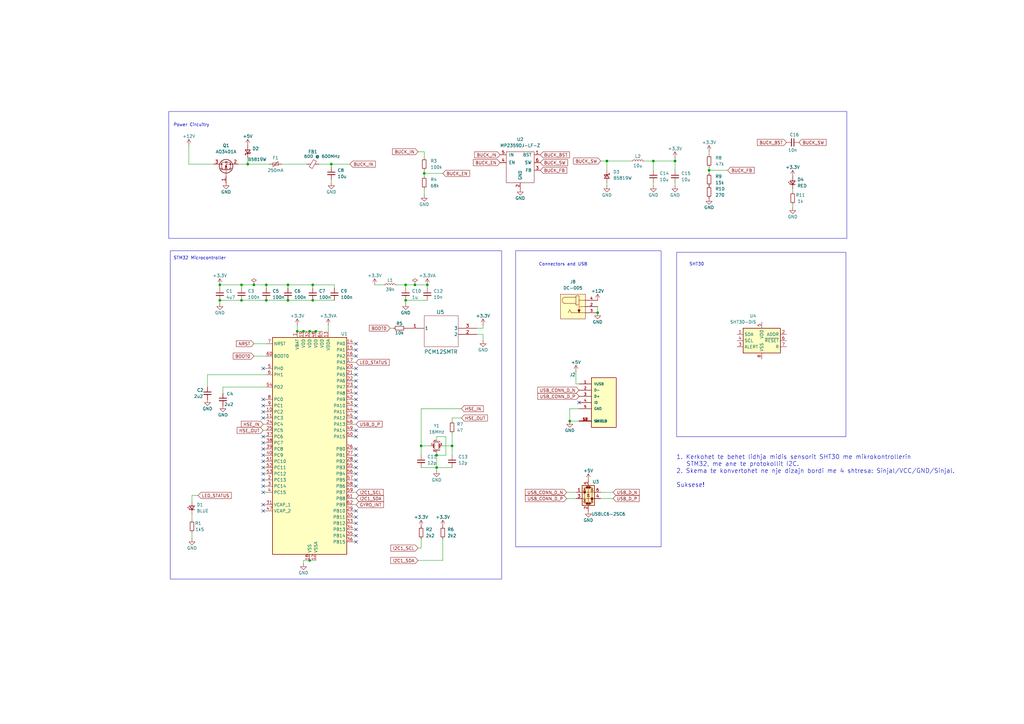
<source format=kicad_sch>
(kicad_sch (version 20231120) (generator "eeschema") (generator_version "8.0")
  (paper "A3")
  (lib_symbols
    (symbol "10118193-0001LF:10118193-0001LF" (pin_names (offset 1.016))
      (property "Reference" "J" (at -5.0817 10.9286 0))
      (property "Value" "10118193-0001LF" (at -5.0819 -12.7097 0))
      (symbol "10118193-0001LF_0_0"
        (pin passive line (at -10.16 7.62 0) (length 5.08) (name "VUSB") (number "1"))
        (pin passive line (at -10.16 5.08 0) (length 5.08) (name "D-") (number "2"))
        (pin passive line (at -10.16 2.54 0) (length 5.08) (name "D+") (number "3"))
        (pin passive line (at -10.16 0 0) (length 5.08) (name "ID") (number "4"))
        (pin passive line (at -10.16 -2.54 0) (length 5.08) (name "GND") (number "5"))
        (pin passive line (at -10.16 -7.62 0) (length 5.08) (name "SHIELD") (number "S1"))
        (pin passive line (at -10.16 -7.62 0) (length 5.08) (name "SHIELD") (number "S2"))
        (pin passive line (at -10.16 -7.62 0) (length 5.08) (name "SHIELD") (number "S3"))
        (pin passive line (at -10.16 -7.62 0) (length 5.08) (name "SHIELD") (number "S4"))
        (pin passive line (at -10.16 -7.62 0) (length 5.08) (name "SHIELD") (number "S5"))
        (pin passive line (at -10.16 -7.62 0) (length 5.08) (name "SHIELD") (number "S6"))
      )
    )
    (symbol "2024-11-09_23-25-21:PCM12SMTR" (pin_names (offset 0.254))
      (property "Reference" "U5" (at 20.32 10.16 0))
      (property "Value" "PCM12SMTR" (at 20.32 7.62 0))
      (symbol "PCM12SMTR_1_1"
        (pin unspecified line (at 0 0 0) (length 7.62) (name "1") (number "1"))
        (pin unspecified line (at 29.21 -2.54 180) (length 7.62) (name "2") (number "2"))
        (pin unspecified line (at 29.21 0 180) (length 7.62) (name "3") (number "3"))
      )
    )
    (symbol "DC-005:DC-005" (pin_names (offset 1.016))
      (property "Reference" "J" (at -5.0943 5.5976 0))
      (property "Value" "DC-005" (at -5.0995 -7.6398 0))
      (symbol "DC-005_0_0"
        (pin passive line (at 10.16 0 180) (length 5.08) (name "~") (number "2"))
        (pin passive line (at 10.16 -2.54 180) (length 5.08) (name "~") (number "3"))
        (pin passive line (at 10.16 2.54 180) (length 5.08) (name "~") (number "4"))
      )
    )
    (symbol "Device:C_Small" (pin_numbers hide) (pin_names (offset 0.254) hide)
      (property "Reference" "C" (at 0.254 1.778 0))
      (property "Value" "C_Small" (at 0.254 -2.032 0))
      (symbol "C_Small_1_1"
        (pin passive line (at 0 2.54 270) (length 2.032) (name "~") (number "1"))
        (pin passive line (at 0 -2.54 90) (length 2.032) (name "~") (number "2"))
      )
    )
    (symbol "Device:Crystal_GND24_Small" (pin_names (offset 1.016) hide)
      (property "Reference" "Y" (at 1.27 4.445 0))
      (property "Value" "Crystal_GND24_Small" (at 1.27 2.54 0))
      (symbol "Crystal_GND24_Small_1_1"
        (pin passive line (at -2.54 0 0) (length 1.27) (name "1") (number "1"))
        (pin passive line (at 0 -2.54 90) (length 0.635) (name "2") (number "2"))
        (pin passive line (at 2.54 0 180) (length 1.27) (name "3") (number "3"))
        (pin passive line (at 0 2.54 270) (length 0.635) (name "4") (number "4"))
      )
    )
    (symbol "Device:D_Schottky_Small" (pin_numbers hide) (pin_names (offset 0.254) hide)
      (property "Reference" "D" (at -1.27 2.032 0))
      (property "Value" "D_Schottky_Small" (at -7.112 -2.032 0))
      (symbol "D_Schottky_Small_1_1"
        (pin passive line (at -2.54 0 0) (length 1.778) (name "K") (number "1"))
        (pin passive line (at 2.54 0 180) (length 1.778) (name "A") (number "2"))
      )
    )
    (symbol "Device:Ferrite_Bead_Small" (pin_numbers hide) (pin_names (offset 0))
      (property "Reference" "FB" (at 1.905 1.27 0))
      (property "Value" "Device_Ferrite_Bead_Small" (at 1.905 -1.27 0))
      (symbol "Ferrite_Bead_Small_1_1"
        (pin passive line (at 0 2.54 270) (length 1.27) (name "~") (number "1"))
        (pin passive line (at 0 -2.54 90) (length 1.27) (name "~") (number "2"))
      )
    )
    (symbol "Device:LED_Small" (pin_numbers hide) (pin_names (offset 0.254) hide)
      (property "Reference" "D" (at -1.27 3.175 0))
      (property "Value" "LED_Small" (at -4.445 -2.54 0))
      (symbol "LED_Small_1_1"
        (pin passive line (at -2.54 0 0) (length 1.778) (name "K") (number "1"))
        (pin passive line (at 2.54 0 180) (length 1.778) (name "A") (number "2"))
      )
    )
    (symbol "Device:L_Small" (pin_numbers hide) (pin_names (offset 0.254) hide)
      (property "Reference" "L" (at 0.762 1.016 0))
      (property "Value" "L_Small" (at 0.762 -1.016 0))
      (symbol "L_Small_1_1"
        (pin passive line (at 0 2.54 270) (length 0.508) (name "~") (number "1"))
        (pin passive line (at 0 -2.54 90) (length 0.508) (name "~") (number "2"))
      )
    )
    (symbol "Device:Polyfuse_Small" (pin_numbers hide) (pin_names (offset 0))
      (property "Reference" "F" (at -1.905 0 90))
      (property "Value" "Polyfuse_Small" (at 1.905 0 90))
      (symbol "Polyfuse_Small_1_1"
        (pin passive line (at 0 2.54 270) (length 0.635) (name "~") (number "1"))
        (pin passive line (at 0 -2.54 90) (length 0.635) (name "~") (number "2"))
      )
    )
    (symbol "Device:R_Small" (pin_numbers hide) (pin_names (offset 0.254) hide)
      (property "Reference" "R" (at 0.762 0.508 0))
      (property "Value" "R_Small" (at 0.762 -1.016 0))
      (symbol "R_Small_1_1"
        (pin passive line (at 0 2.54 270) (length 0.762) (name "~") (number "1"))
        (pin passive line (at 0 -2.54 90) (length 0.762) (name "~") (number "2"))
      )
    )
    (symbol "MCU_ST_STM32F4:STM32F405RGTx"
      (property "Reference" "U1" (at 14.224 47.244 0))
      (property "Value" "STM32F405RGT6" (at 12.7 -44.45 0))
      (symbol "STM32F405RGTx_1_1"
        (pin power_in line (at -5.08 48.26 270) (length 2.54) (name "VBAT") (number "1"))
        (pin bidirectional line (at -17.78 15.24 0) (length 2.54) (name "PC2") (number "10"))
        (pin bidirectional line (at -17.78 12.7 0) (length 2.54) (name "PC3") (number "11"))
        (pin power_in line (at 2.54 -45.72 90) (length 2.54) (name "VSSA") (number "12"))
        (pin power_in line (at 7.62 48.26 270) (length 2.54) (name "VDDA") (number "13"))
        (pin bidirectional line (at 17.78 43.18 180) (length 2.54) (name "PA0") (number "14"))
        (pin bidirectional line (at 17.78 40.64 180) (length 2.54) (name "PA1") (number "15"))
        (pin bidirectional line (at 17.78 38.1 180) (length 2.54) (name "PA2") (number "16"))
        (pin bidirectional line (at 17.78 35.56 180) (length 2.54) (name "PA3") (number "17"))
        (pin power_in line (at 0 -45.72 90) (length 2.54) (name "VSS") (number "18"))
        (pin power_in line (at -2.54 48.26 270) (length 2.54) (name "VDD") (number "19"))
        (pin bidirectional line (at -17.78 -12.7 0) (length 2.54) (name "PC13") (number "2"))
        (pin bidirectional line (at 17.78 33.02 180) (length 2.54) (name "PA4") (number "20"))
        (pin bidirectional line (at 17.78 30.48 180) (length 2.54) (name "PA5") (number "21"))
        (pin bidirectional line (at 17.78 27.94 180) (length 2.54) (name "PA6") (number "22"))
        (pin bidirectional line (at 17.78 25.4 180) (length 2.54) (name "PA7") (number "23"))
        (pin bidirectional line (at -17.78 10.16 0) (length 2.54) (name "PC4") (number "24"))
        (pin bidirectional line (at -17.78 7.62 0) (length 2.54) (name "PC5") (number "25"))
        (pin bidirectional line (at 17.78 0 180) (length 2.54) (name "PB0") (number "26"))
        (pin bidirectional line (at 17.78 -2.54 180) (length 2.54) (name "PB1") (number "27"))
        (pin bidirectional line (at 17.78 -5.08 180) (length 2.54) (name "PB2") (number "28"))
        (pin bidirectional line (at 17.78 -25.4 180) (length 2.54) (name "PB10") (number "29"))
        (pin bidirectional line (at -17.78 -15.24 0) (length 2.54) (name "PC14") (number "3"))
        (pin bidirectional line (at 17.78 -27.94 180) (length 2.54) (name "PB11") (number "30"))
        (pin power_out line (at -17.78 -22.86 0) (length 2.54) (name "VCAP_1") (number "31"))
        (pin power_in line (at 0 48.26 270) (length 2.54) (name "VDD") (number "32"))
        (pin bidirectional line (at 17.78 -30.48 180) (length 2.54) (name "PB12") (number "33"))
        (pin bidirectional line (at 17.78 -33.02 180) (length 2.54) (name "PB13") (number "34"))
        (pin bidirectional line (at 17.78 -35.56 180) (length 2.54) (name "PB14") (number "35"))
        (pin bidirectional line (at 17.78 -38.1 180) (length 2.54) (name "PB15") (number "36"))
        (pin bidirectional line (at -17.78 5.08 0) (length 2.54) (name "PC6") (number "37"))
        (pin bidirectional line (at -17.78 2.54 0) (length 2.54) (name "PC7") (number "38"))
        (pin bidirectional line (at -17.78 0 0) (length 2.54) (name "PC8") (number "39"))
        (pin bidirectional line (at -17.78 -17.78 0) (length 2.54) (name "PC15") (number "4"))
        (pin bidirectional line (at -17.78 -2.54 0) (length 2.54) (name "PC9") (number "40"))
        (pin bidirectional line (at 17.78 22.86 180) (length 2.54) (name "PA8") (number "41"))
        (pin bidirectional line (at 17.78 20.32 180) (length 2.54) (name "PA9") (number "42"))
        (pin bidirectional line (at 17.78 17.78 180) (length 2.54) (name "PA10") (number "43"))
        (pin bidirectional line (at 17.78 15.24 180) (length 2.54) (name "PA11") (number "44"))
        (pin bidirectional line (at 17.78 12.7 180) (length 2.54) (name "PA12") (number "45"))
        (pin bidirectional line (at 17.78 10.16 180) (length 2.54) (name "PA13") (number "46"))
        (pin power_out line (at -17.78 -25.4 0) (length 2.54) (name "VCAP_2") (number "47"))
        (pin power_in line (at 2.54 48.26 270) (length 2.54) (name "VDD") (number "48"))
        (pin bidirectional line (at 17.78 7.62 180) (length 2.54) (name "PA14") (number "49"))
        (pin bidirectional line (at -17.78 33.02 0) (length 2.54) (name "PH0") (number "5"))
        (pin bidirectional line (at 17.78 5.08 180) (length 2.54) (name "PA15") (number "50"))
        (pin bidirectional line (at -17.78 -5.08 0) (length 2.54) (name "PC10") (number "51"))
        (pin bidirectional line (at -17.78 -7.62 0) (length 2.54) (name "PC11") (number "52"))
        (pin bidirectional line (at -17.78 -10.16 0) (length 2.54) (name "PC12") (number "53"))
        (pin bidirectional line (at -17.78 25.4 0) (length 2.54) (name "PD2") (number "54"))
        (pin bidirectional line (at 17.78 -7.62 180) (length 2.54) (name "PB3") (number "55"))
        (pin bidirectional line (at 17.78 -10.16 180) (length 2.54) (name "PB4") (number "56"))
        (pin bidirectional line (at 17.78 -12.7 180) (length 2.54) (name "PB5") (number "57"))
        (pin bidirectional line (at 17.78 -15.24 180) (length 2.54) (name "PB6") (number "58"))
        (pin bidirectional line (at 17.78 -17.78 180) (length 2.54) (name "PB7") (number "59"))
        (pin bidirectional line (at -17.78 30.48 0) (length 2.54) (name "PH1") (number "6"))
        (pin input line (at -17.78 38.1 0) (length 2.54) (name "BOOT0") (number "60"))
        (pin bidirectional line (at 17.78 -20.32 180) (length 2.54) (name "PB8") (number "61"))
        (pin bidirectional line (at 17.78 -22.86 180) (length 2.54) (name "PB9") (number "62"))
        (pin passive line (at 0 -45.72 90) (length 2.54) hide (name "VSS") (number "63"))
        (pin power_in line (at 5.08 48.26 270) (length 2.54) (name "VDD") (number "64"))
        (pin input line (at -17.78 43.18 0) (length 2.54) (name "NRST") (number "7"))
        (pin bidirectional line (at -17.78 20.32 0) (length 2.54) (name "PC0") (number "8"))
        (pin bidirectional line (at -17.78 17.78 0) (length 2.54) (name "PC1") (number "9"))
      )
    )
    (symbol "Power_Protection:USBLC6-2SC6" (pin_names hide)
      (property "Reference" "U" (at 0.635 5.715 0))
      (property "Value" "USBLC6-2SC6" (at 0.635 3.81 0))
      (symbol "USBLC6-2SC6_1_1"
        (pin passive line (at -5.08 0 0) (length 2.54) (name "I/O1") (number "1"))
        (pin passive line (at 0 -7.62 90) (length 2.54) (name "GND") (number "2"))
        (pin passive line (at -5.08 -2.54 0) (length 2.54) (name "I/O2") (number "3"))
        (pin passive line (at 5.08 -2.54 180) (length 2.54) (name "I/O2") (number "4"))
        (pin passive line (at 0 5.08 270) (length 2.54) (name "VBUS") (number "5"))
        (pin passive line (at 5.08 0 180) (length 2.54) (name "I/O1") (number "6"))
      )
    )
    (symbol "SchmillipKiCADLibrary:MP2359DJ-LF-Z" (pin_names (offset 1.016))
      (property "Reference" "U" (at 0 9.525 0))
      (property "Value" "SchmillipKiCADLibrary_MP2359DJ-LF-Z" (at 10.16 -6.35 0))
      (symbol "MP2359DJ-LF-Z_1_1"
        (pin input line (at 8.255 6.35 180) (length 2.54) (name "BST") (number "1"))
        (pin power_in line (at 0 -7.62 90) (length 2.54) (name "GND") (number "2"))
        (pin input line (at 8.255 0 180) (length 2.54) (name "FB") (number "3"))
        (pin input line (at -8.255 3.175 0) (length 2.54) (name "EN") (number "4"))
        (pin power_in line (at -8.255 6.35 0) (length 2.54) (name "IN") (number "5"))
        (pin power_out line (at 8.255 3.175 180) (length 2.54) (name "SW") (number "6"))
      )
    )
    (symbol "Sensor_Humidity:SHT30-DIS"
      (property "Reference" "U" (at -6.35 6.35 0))
      (property "Value" "SHT30-DIS" (at 6.35 6.35 0))
      (symbol "SHT30-DIS_1_1"
        (pin bidirectional line (at 10.16 2.54 180) (length 2.54) (name "SDA") (number "1"))
        (pin input line (at -10.16 2.54 0) (length 2.54) (name "ADDR") (number "2"))
        (pin output line (at 10.16 -2.54 180) (length 2.54) (name "ALERT") (number "3"))
        (pin input line (at 10.16 0 180) (length 2.54) (name "SCL") (number "4"))
        (pin power_in line (at 0 7.62 270) (length 2.54) (name "VDD") (number "5"))
        (pin input line (at -10.16 0 0) (length 2.54) (name "~{RESET}") (number "6"))
        (pin passive line (at -10.16 -2.54 0) (length 2.54) (name "R") (number "7"))
        (pin power_in line (at 0 -7.62 90) (length 2.54) (name "VSS") (number "8"))
        (pin passive line (at 0 -7.62 90) (length 2.54) hide (name "VSS") (number "9"))
      )
    )
    (symbol "Transistor_FET:AO3401A" (pin_names hide)
      (property "Reference" "Q" (at 5.08 1.905 0))
      (property "Value" "AO3401A" (at 5.08 0 0))
      (symbol "AO3401A_1_1"
        (pin input line (at -5.08 0 0) (length 2.54) (name "G") (number "1"))
        (pin passive line (at 2.54 -5.08 90) (length 2.54) (name "S") (number "2"))
        (pin passive line (at 2.54 5.08 270) (length 2.54) (name "D") (number "3"))
      )
    )
    (symbol "power:+12V" (power) (pin_numbers hide) (pin_names (offset 0) hide)
      (property "Value" "+12V" (at 0 3.556 0))
      (symbol "+12V_1_1"
        (pin power_in line (at 0 0 90) (length 0) (name "~") (number "1"))
      )
    )
    (symbol "power:+3.3V" (power) (pin_numbers hide) (pin_names (offset 0) hide)
      (property "Value" "+3.3V" (at 0 3.556 0))
      (symbol "+3.3V_1_1"
        (pin power_in line (at 0 0 90) (length 0) (name "~") (number "1"))
      )
    )
    (symbol "power:+3.3VA" (power) (pin_numbers hide) (pin_names (offset 0) hide)
      (property "Value" "+3.3VA" (at 0 3.556 0))
      (symbol "+3.3VA_1_1"
        (pin power_in line (at 0 0 90) (length 0) (name "~") (number "1"))
      )
    )
    (symbol "power:+5V" (power) (pin_numbers hide) (pin_names (offset 0) hide)
      (property "Value" "+5V" (at 0 3.556 0))
      (symbol "+5V_1_1"
        (pin power_in line (at 0 0 90) (length 0) (name "~") (number "1"))
      )
    )
    (symbol "power:GND" (power) (pin_numbers hide) (pin_names (offset 0) hide)
      (property "Value" "GND" (at 0 -3.81 0))
      (symbol "GND_1_1"
        (pin power_in line (at 0 0 270) (length 0) (name "~") (number "1"))
      )
    )
    (symbol "power:PWR_FLAG" (power) (pin_numbers hide) (pin_names (offset 0) hide)
      (property "Value" "PWR_FLAG" (at 0 3.81 0))
      (symbol "PWR_FLAG_0_0"
        (pin power_out line (at 0 0 90) (length 0) (name "~") (number "1"))
      )
    )
  )
  (junction (at 129.54 135.89))
  (junction (at 99.06 123.19))
  (junction (at 172.72 182.88))
  (junction (at 90.17 123.19))
  (junction (at 179.07 191.77))
  (junction (at 127 229.87))
  (junction (at 173.99 71.12))
  (junction (at 175.26 116.84))
  (junction (at 267.97 66.04))
  (junction (at 166.37 123.19))
  (junction (at 248.92 66.04))
  (junction (at 170.18 116.84))
  (junction (at 233.68 172.72))
  (junction (at 109.22 116.84))
  (junction (at 101.6 67.31))
  (junction (at 118.11 116.84))
  (junction (at 104.14 116.84))
  (junction (at 99.06 116.84))
  (junction (at 290.83 69.85))
  (junction (at 276.86 66.04))
  (junction (at 109.22 123.19))
  (junction (at 135.89 67.31))
  (junction (at 90.17 116.84))
  (junction (at 166.37 116.84))
  (junction (at 124.46 135.89))
  (junction (at 245.11 128.27))
  (junction (at 127 135.89))
  (junction (at 128.27 123.19))
  (junction (at 128.27 116.84))
  (junction (at 118.11 123.19))
  (junction (at 179.07 186.69))
  (junction (at 121.92 135.89))
  (junction (at 185.42 182.88))
  (no_connect (at 146.05 166.37))
  (no_connect (at 107.95 166.37))
  (no_connect (at 107.95 189.23))
  (no_connect (at 146.05 156.21))
  (no_connect (at 107.95 199.39))
  (no_connect (at 107.95 196.85))
  (no_connect (at 107.95 201.93))
  (no_connect (at 107.95 186.69))
  (no_connect (at 146.05 143.51))
  (no_connect (at 146.05 158.75))
  (no_connect (at 146.05 194.31))
  (no_connect (at 107.95 207.01))
  (no_connect (at 107.95 194.31))
  (no_connect (at 146.05 179.07))
  (no_connect (at 107.95 171.45))
  (no_connect (at 146.05 212.09))
  (no_connect (at 146.05 217.17))
  (no_connect (at 146.05 184.15))
  (no_connect (at 107.95 168.91))
  (no_connect (at 146.05 219.71))
  (no_connect (at 107.95 179.07))
  (no_connect (at 146.05 189.23))
  (no_connect (at 107.95 209.55))
  (no_connect (at 146.05 146.05))
  (no_connect (at 146.05 214.63))
  (no_connect (at 107.95 184.15))
  (no_connect (at 146.05 163.83))
  (no_connect (at 146.05 176.53))
  (no_connect (at 107.95 151.13))
  (no_connect (at 107.95 181.61))
  (no_connect (at 146.05 161.29))
  (no_connect (at 146.05 186.69))
  (no_connect (at 146.05 222.25))
  (no_connect (at 146.05 209.55))
  (no_connect (at 146.05 196.85))
  (no_connect (at 146.05 140.97))
  (no_connect (at 107.95 191.77))
  (no_connect (at 146.05 171.45))
  (no_connect (at 146.05 153.67))
  (no_connect (at 146.05 191.77))
  (no_connect (at 146.05 151.13))
  (no_connect (at 107.95 163.83))
  (no_connect (at 237.49 165.1))
  (no_connect (at 146.05 168.91))
  (no_connect (at 146.05 199.39))
  (wire (pts (xy 144.78 153.67) (xy 146.05 153.67)))
  (wire (pts (xy 107.95 201.93) (xy 109.22 201.93)))
  (wire (pts (xy 107.95 163.83) (xy 109.22 163.83)))
  (wire (pts (xy 107.95 207.01) (xy 109.22 207.01)))
  (wire (pts (xy 172.72 167.64) (xy 172.72 182.88)))
  (wire (pts (xy 90.17 116.84) (xy 90.17 118.11)))
  (wire (pts (xy 179.07 180.34) (xy 179.07 179.07)))
  (wire (pts (xy 185.42 177.8) (xy 185.42 182.88)))
  (wire (pts (xy 99.06 116.84) (xy 104.14 116.84)))
  (wire (pts (xy 146.05 161.29) (xy 144.78 161.29)))
  (wire (pts (xy 128.27 118.11) (xy 128.27 116.84)))
  (wire (pts (xy 146.05 163.83) (xy 144.78 163.83)))
  (wire (pts (xy 175.26 116.84) (xy 170.18 116.84)))
  (wire (pts (xy 146.05 148.59) (xy 144.78 148.59)))
  (wire (pts (xy 237.49 167.64) (xy 233.68 167.64)))
  (wire (pts (xy 121.92 135.89) (xy 124.46 135.89)))
  (wire (pts (xy 166.37 116.84) (xy 162.56 116.84)))
  (wire (pts (xy 107.95 171.45) (xy 109.22 171.45)))
  (wire (pts (xy 107.95 199.39) (xy 109.22 199.39)))
  (wire (pts (xy 107.95 196.85) (xy 109.22 196.85)))
  (wire (pts (xy 77.47 59.69) (xy 77.47 67.31)))
  (wire (pts (xy 290.83 63.5) (xy 290.83 62.23)))
  (wire (pts (xy 146.05 209.55) (xy 144.78 209.55)))
  (wire (pts (xy 90.17 124.46) (xy 90.17 123.19)))
  (wire (pts (xy 81.28 203.2) (xy 78.74 203.2)))
  (wire (pts (xy 135.89 68.58) (xy 135.89 67.31)))
  (wire (pts (xy 233.68 172.72) (xy 237.49 172.72)))
  (wire (pts (xy 90.17 123.19) (xy 99.06 123.19)))
  (wire (pts (xy 107.95 181.61) (xy 109.22 181.61)))
  (wire (pts (xy 109.22 123.19) (xy 118.11 123.19)))
  (wire (pts (xy 290.83 69.85) (xy 290.83 71.12)))
  (wire (pts (xy 146.05 207.01) (xy 144.78 207.01)))
  (wire (pts (xy 179.07 193.04) (xy 179.07 191.77)))
  (wire (pts (xy 99.06 118.11) (xy 99.06 116.84)))
  (wire (pts (xy 173.99 71.12) (xy 173.99 69.85)))
  (wire (pts (xy 146.05 171.45) (xy 144.78 171.45)))
  (wire (pts (xy 107.95 179.07) (xy 109.22 179.07)))
  (wire (pts (xy 78.74 213.36) (xy 78.74 210.82)))
  (wire (pts (xy 198.12 137.16) (xy 195.58 137.16)))
  (wire (pts (xy 124.46 231.14) (xy 124.46 229.87)))
  (wire (pts (xy 248.92 69.85) (xy 248.92 66.04)))
  (wire (pts (xy 185.42 171.45) (xy 185.42 172.72)))
  (wire (pts (xy 248.92 66.04) (xy 246.38 66.04)))
  (wire (pts (xy 109.22 118.11) (xy 109.22 116.84)))
  (wire (pts (xy 181.61 71.12) (xy 173.99 71.12)))
  (wire (pts (xy 144.78 151.13) (xy 146.05 151.13)))
  (wire (pts (xy 91.44 161.29) (xy 91.44 158.75)))
  (wire (pts (xy 146.05 196.85) (xy 144.78 196.85)))
  (wire (pts (xy 146.05 184.15) (xy 144.78 184.15)))
  (wire (pts (xy 195.58 134.62) (xy 198.12 134.62)))
  (wire (pts (xy 104.14 146.05) (xy 109.22 146.05)))
  (wire (pts (xy 146.05 217.17) (xy 144.78 217.17)))
  (wire (pts (xy 325.12 78.74) (xy 325.12 77.47)))
  (wire (pts (xy 181.61 182.88) (xy 185.42 182.88)))
  (wire (pts (xy 171.45 229.87) (xy 181.61 229.87)))
  (wire (pts (xy 276.86 64.77) (xy 276.86 66.04)))
  (wire (pts (xy 107.95 173.99) (xy 109.22 173.99)))
  (wire (pts (xy 245.11 125.73) (xy 245.11 128.27)))
  (wire (pts (xy 110.49 67.31) (xy 101.6 67.31)))
  (wire (pts (xy 173.99 80.01) (xy 173.99 77.47)))
  (wire (pts (xy 246.38 204.47) (xy 251.46 204.47)))
  (wire (pts (xy 146.05 199.39) (xy 144.78 199.39)))
  (wire (pts (xy 179.07 185.42) (xy 179.07 186.69)))
  (wire (pts (xy 107.95 166.37) (xy 109.22 166.37)))
  (wire (pts (xy 99.06 123.19) (xy 109.22 123.19)))
  (wire (pts (xy 146.05 222.25) (xy 144.78 222.25)))
  (wire (pts (xy 182.88 179.07) (xy 182.88 186.69)))
  (wire (pts (xy 181.61 229.87) (xy 181.61 220.98)))
  (wire (pts (xy 146.05 191.77) (xy 144.78 191.77)))
  (wire (pts (xy 87.63 67.31) (xy 77.47 67.31)))
  (wire (pts (xy 107.95 189.23) (xy 109.22 189.23)))
  (wire (pts (xy 146.05 194.31) (xy 144.78 194.31)))
  (wire (pts (xy 290.83 69.85) (xy 290.83 68.58)))
  (wire (pts (xy 179.07 186.69) (xy 179.07 191.77)))
  (wire (pts (xy 276.86 66.04) (xy 267.97 66.04)))
  (wire (pts (xy 90.17 116.84) (xy 99.06 116.84)))
  (wire (pts (xy 104.14 140.97) (xy 109.22 140.97)))
  (wire (pts (xy 107.95 168.91) (xy 109.22 168.91)))
  (wire (pts (xy 124.46 135.89) (xy 127 135.89)))
  (wire (pts (xy 85.09 158.75) (xy 85.09 153.67)))
  (wire (pts (xy 128.27 123.19) (xy 137.16 123.19)))
  (wire (pts (xy 109.22 116.84) (xy 118.11 116.84)))
  (wire (pts (xy 146.05 166.37) (xy 144.78 166.37)))
  (wire (pts (xy 171.45 224.79) (xy 172.72 224.79)))
  (wire (pts (xy 143.51 67.31) (xy 135.89 67.31)))
  (wire (pts (xy 276.86 69.85) (xy 276.86 66.04)))
  (wire (pts (xy 170.18 116.84) (xy 166.37 116.84)))
  (wire (pts (xy 85.09 153.67) (xy 109.22 153.67)))
  (wire (pts (xy 97.79 67.31) (xy 101.6 67.31)))
  (wire (pts (xy 118.11 118.11) (xy 118.11 116.84)))
  (wire (pts (xy 78.74 220.98) (xy 78.74 218.44)))
  (wire (pts (xy 236.22 157.48) (xy 237.49 157.48)))
  (wire (pts (xy 134.62 133.35) (xy 134.62 135.89)))
  (wire (pts (xy 146.05 168.91) (xy 144.78 168.91)))
  (wire (pts (xy 276.86 76.2) (xy 276.86 74.93)))
  (wire (pts (xy 146.05 186.69) (xy 144.78 186.69)))
  (wire (pts (xy 171.45 62.23) (xy 173.99 62.23)))
  (wire (pts (xy 160.02 134.62) (xy 161.29 134.62)))
  (wire (pts (xy 172.72 167.64) (xy 189.23 167.64)))
  (wire (pts (xy 144.78 146.05) (xy 146.05 146.05)))
  (wire (pts (xy 107.95 176.53) (xy 109.22 176.53)))
  (wire (pts (xy 173.99 72.39) (xy 173.99 71.12)))
  (wire (pts (xy 182.88 186.69) (xy 179.07 186.69)))
  (wire (pts (xy 259.08 66.04) (xy 248.92 66.04)))
  (wire (pts (xy 233.68 167.64) (xy 233.68 172.72)))
  (wire (pts (xy 179.07 191.77) (xy 185.42 191.77)))
  (wire (pts (xy 78.74 203.2) (xy 78.74 205.74)))
  (wire (pts (xy 267.97 76.2) (xy 267.97 74.93)))
  (wire (pts (xy 298.45 69.85) (xy 290.83 69.85)))
  (wire (pts (xy 107.95 186.69) (xy 109.22 186.69)))
  (wire (pts (xy 179.07 179.07) (xy 182.88 179.07)))
  (wire (pts (xy 236.22 152.4) (xy 236.22 157.48)))
  (wire (pts (xy 101.6 64.77) (xy 101.6 67.31)))
  (wire (pts (xy 118.11 116.84) (xy 128.27 116.84)))
  (wire (pts (xy 107.95 209.55) (xy 109.22 209.55)))
  (wire (pts (xy 144.78 143.51) (xy 146.05 143.51)))
  (wire (pts (xy 198.12 134.62) (xy 198.12 133.35)))
  (wire (pts (xy 246.38 201.93) (xy 251.46 201.93)))
  (wire (pts (xy 91.44 158.75) (xy 109.22 158.75)))
  (wire (pts (xy 172.72 186.69) (xy 172.72 182.88)))
  (wire (pts (xy 232.41 204.47) (xy 236.22 204.47)))
  (wire (pts (xy 127 135.89) (xy 129.54 135.89)))
  (wire (pts (xy 118.11 123.19) (xy 128.27 123.19)))
  (wire (pts (xy 146.05 212.09) (xy 144.78 212.09)))
  (wire (pts (xy 146.05 176.53) (xy 144.78 176.53)))
  (wire (pts (xy 166.37 124.46) (xy 166.37 123.19)))
  (wire (pts (xy 232.41 201.93) (xy 236.22 201.93)))
  (wire (pts (xy 173.99 62.23) (xy 173.99 64.77)))
  (wire (pts (xy 325.12 85.09) (xy 325.12 83.82)))
  (wire (pts (xy 127 229.87) (xy 129.54 229.87)))
  (wire (pts (xy 129.54 135.89) (xy 132.08 135.89)))
  (wire (pts (xy 146.05 214.63) (xy 144.78 214.63)))
  (wire (pts (xy 146.05 173.99) (xy 144.78 173.99)))
  (wire (pts (xy 166.37 123.19) (xy 175.26 123.19)))
  (wire (pts (xy 124.46 229.87) (xy 127 229.87)))
  (wire (pts (xy 146.05 158.75) (xy 144.78 158.75)))
  (wire (pts (xy 107.95 194.31) (xy 109.22 194.31)))
  (wire (pts (xy 146.05 140.97) (xy 144.78 140.97)))
  (wire (pts (xy 175.26 118.11) (xy 175.26 116.84)))
  (wire (pts (xy 172.72 224.79) (xy 172.72 220.98)))
  (wire (pts (xy 189.23 171.45) (xy 185.42 171.45)))
  (wire (pts (xy 153.67 116.84) (xy 157.48 116.84)))
  (wire (pts (xy 146.05 201.93) (xy 144.78 201.93)))
  (wire (pts (xy 146.05 189.23) (xy 144.78 189.23)))
  (wire (pts (xy 267.97 66.04) (xy 264.16 66.04)))
  (wire (pts (xy 172.72 182.88) (xy 176.53 182.88)))
  (wire (pts (xy 135.89 67.31) (xy 130.81 67.31)))
  (wire (pts (xy 146.05 156.21) (xy 144.78 156.21)))
  (wire (pts (xy 107.95 151.13) (xy 109.22 151.13)))
  (wire (pts (xy 137.16 116.84) (xy 137.16 118.11)))
  (wire (pts (xy 146.05 204.47) (xy 144.78 204.47)))
  (wire (pts (xy 107.95 191.77) (xy 109.22 191.77)))
  (wire (pts (xy 248.92 76.2) (xy 248.92 74.93)))
  (wire (pts (xy 179.07 191.77) (xy 172.72 191.77)))
  (wire (pts (xy 267.97 69.85) (xy 267.97 66.04)))
  (wire (pts (xy 121.92 133.35) (xy 121.92 135.89)))
  (wire (pts (xy 104.14 116.84) (xy 109.22 116.84)))
  (wire (pts (xy 146.05 179.07) (xy 144.78 179.07)))
  (wire (pts (xy 135.89 74.93) (xy 135.89 73.66)))
  (wire (pts (xy 107.95 184.15) (xy 109.22 184.15)))
  (wire (pts (xy 146.05 219.71) (xy 144.78 219.71)))
  (wire (pts (xy 166.37 118.11) (xy 166.37 116.84)))
  (wire (pts (xy 185.42 186.69) (xy 185.42 182.88)))
  (wire (pts (xy 115.57 67.31) (xy 125.73 67.31)))
  (wire (pts (xy 128.27 116.84) (xy 137.16 116.84)))
  (wire (pts (xy 198.12 139.7) (xy 198.12 137.16)))
  (rectangle (start 69.215 45.72) (end 347.345 97.79))
  (rectangle (start 277.495 103.505) (end 346.964 179.07))
  (rectangle (start 211.455 102.87) (end 271.145 224.282))
  (rectangle (start 69.85 102.87) (end 205.74 237.49))
  (text "1. Kerkohet te behet lidhja midis sensorit SHT30 me mikrokontrollerin \n   STM32, me ane te protokollit I2C.\n2. Skema te konvertohet ne nje dizajn bordi me 4 shtresa: Sinjal/VCC/GND/Sinjal.\n\nSuksese!" (at 277.368 193.294 0) (effects (font (size 1.778 1.778)) (justify left)))
  (text "SHT30\n\n\n" (at 285.75 110.49 0) (effects (font (size 1.27 1.27))))
  (text "STM32 Microcontroller" (at 71.12 106.68 0) (effects (font (size 1.27 1.27)) (justify left bottom)))
  (text "Connectors and USB" (at 220.98 109.22 0) (effects (font (size 1.27 1.27)) (justify left bottom)))
  (text "Power Circuitry" (at 71.12 52.07 0) (effects (font (size 1.27 1.27)) (justify left bottom)))
  (global_label "BUCK_SW" (shape input) (at 327.66 58.42 0) (property "Intersheetrefs" "${INTERSHEET_REFS}" (effects (hide yes))))
  (global_label "I2C1_SDA" (shape input) (at 171.45 229.87 180) (property "Intersheetrefs" "${INTERSHEET_REFS}" (effects (hide yes))))
  (global_label "USB_D_N" (shape input) (at 251.46 201.93 0) (property "Intersheetrefs" "${INTERSHEET_REFS}" (effects (hide yes))))
  (global_label "BOOT0" (shape input) (at 160.02 134.62 180) (property "Intersheetrefs" "${INTERSHEET_REFS}" (effects (hide yes))))
  (global_label "HSE_IN" (shape input) (at 107.95 173.99 180) (property "Intersheetrefs" "${INTERSHEET_REFS}" (effects (hide yes))))
  (global_label "HSE_OUT" (shape input) (at 107.95 176.53 180) (property "Intersheetrefs" "${INTERSHEET_REFS}" (effects (hide yes))))
  (global_label "BOOT0" (shape input) (at 104.14 146.05 180) (property "Intersheetrefs" "${INTERSHEET_REFS}" (effects (hide yes))))
  (global_label "I2C1_SCL" (shape input) (at 146.05 201.93 0) (property "Intersheetrefs" "${INTERSHEET_REFS}" (effects (hide yes))))
  (global_label "BUCK_EN" (shape input) (at 181.61 71.12 0) (property "Intersheetrefs" "${INTERSHEET_REFS}" (effects (hide yes))))
  (global_label "USB_CONN_D_N" (shape input) (at 232.41 201.93 180) (property "Intersheetrefs" "${INTERSHEET_REFS}" (effects (hide yes))))
  (global_label "I2C1_SDA" (shape input) (at 146.05 204.47 0) (property "Intersheetrefs" "${INTERSHEET_REFS}" (effects (hide yes))))
  (global_label "GYRO_INT" (shape input) (at 146.05 207.01 0) (property "Intersheetrefs" "${INTERSHEET_REFS}" (effects (hide yes))))
  (global_label "USB_CONN_D_P" (shape input) (at 232.41 204.47 180) (property "Intersheetrefs" "${INTERSHEET_REFS}" (effects (hide yes))))
  (global_label "BUCK_BST" (shape input) (at 322.58 58.42 180) (property "Intersheetrefs" "${INTERSHEET_REFS}" (effects (hide yes))))
  (global_label "LED_STATUS" (shape input) (at 146.05 148.59 0) (property "Intersheetrefs" "${INTERSHEET_REFS}" (effects (hide yes))))
  (global_label "BUCK_IN" (shape input) (at 143.51 67.31 0) (property "Intersheetrefs" "${INTERSHEET_REFS}" (effects (hide yes))))
  (global_label "I2C1_SCL" (shape input) (at 171.45 224.79 180) (property "Intersheetrefs" "${INTERSHEET_REFS}" (effects (hide yes))))
  (global_label "BUCK_SW" (shape input) (at 221.615 66.675 0) (property "Intersheetrefs" "${INTERSHEET_REFS}" (effects (hide yes))))
  (global_label "HSE_IN" (shape input) (at 189.23 167.64 0) (property "Intersheetrefs" "${INTERSHEET_REFS}" (effects (hide yes))))
  (global_label "NRST" (shape input) (at 104.14 140.97 180) (property "Intersheetrefs" "${INTERSHEET_REFS}" (effects (hide yes))))
  (global_label "LED_STATUS" (shape input) (at 81.28 203.2 0) (property "Intersheetrefs" "${INTERSHEET_REFS}" (effects (hide yes))))
  (global_label "BUCK_IN" (shape input) (at 171.45 62.23 180) (property "Intersheetrefs" "${INTERSHEET_REFS}" (effects (hide yes))))
  (global_label "HSE_OUT" (shape input) (at 189.23 171.45 0) (property "Intersheetrefs" "${INTERSHEET_REFS}" (effects (hide yes))))
  (global_label "BUCK_SW" (shape input) (at 246.38 66.04 180) (property "Intersheetrefs" "${INTERSHEET_REFS}" (effects (hide yes))))
  (global_label "USB_CONN_D_P" (shape input) (at 237.49 162.56 180) (property "Intersheetrefs" "${INTERSHEET_REFS}" (effects (hide yes))))
  (global_label "BUCK_FB" (shape input) (at 221.615 69.85 0) (property "Intersheetrefs" "${INTERSHEET_REFS}" (effects (hide yes))))
  (global_label "USB_D_P" (shape input) (at 146.05 173.99 0) (property "Intersheetrefs" "${INTERSHEET_REFS}" (effects (hide yes))))
  (global_label "USB_CONN_D_N" (shape input) (at 237.49 160.02 180) (property "Intersheetrefs" "${INTERSHEET_REFS}" (effects (hide yes))))
  (global_label "USB_D_P" (shape input) (at 251.46 204.47 0) (property "Intersheetrefs" "${INTERSHEET_REFS}" (effects (hide yes))))
  (global_label "BUCK_BST" (shape input) (at 221.615 63.5 0) (property "Intersheetrefs" "${INTERSHEET_REFS}" (effects (hide yes))))
  (global_label "BUCK_EN" (shape input) (at 205.105 66.675 180) (property "Intersheetrefs" "${INTERSHEET_REFS}" (effects (hide yes))))
  (global_label "BUCK_FB" (shape input) (at 298.45 69.85 0) (property "Intersheetrefs" "${INTERSHEET_REFS}" (effects (hide yes))))
  (global_label "BUCK_IN" (shape input) (at 205.105 63.5 180) (property "Intersheetrefs" "${INTERSHEET_REFS}" (effects (hide yes))))
  (symbol (lib_id "Device:D_Schottky_Small") (at 101.6 62.23 90) (unit 1)
    (property "Reference" "D2" (at 103.505 60.96 90) (effects (justify right)))
    (property "Value" "B5819W" (at 101.6 65.405 90) (effects (justify right)))
    (property "Footprint" "Diode_SMD:D_SOD-123" (effects (hide yes)))
    (property "LCSC Part #" "C8598" (effects (hide yes)))
  )
  (symbol (lib_id "Device:C_Small") (at 325.12 58.42 270) (unit 1)
    (property "Reference" "C16" (at 323.85 55.245 90) (effects (justify left)))
    (property "Value" "10n" (at 323.215 61.595 90) (effects (justify left)))
    (property "Footprint" "Capacitor_SMD:C_0603_1608Metric" (effects (hide yes)))
    (property "LCSC Part #" "C57112" (effects (hide yes)))
  )
  (symbol (lib_id "power:GND") (at 233.68 172.72 0) (unit 1)
    (property "Reference" "#PWR027" (effects (hide yes)))
    (property "Value" "GND" (at 233.68 176.53 0))
  )
  (symbol (lib_id "Device:C_Small") (at 185.42 189.23 0) (unit 1)
    (property "Reference" "C13" (at 187.96 187.325 0) (effects (justify left)))
    (property "Value" "12p" (at 187.96 189.865 0) (effects (justify left)))
    (property "Footprint" "Capacitor_SMD:C_0402_1005Metric" (effects (hide yes)))
    (property "LCSC Part #" "C1547" (effects (hide yes)))
  )
  (symbol (lib_id "power:+3.3V") (at 90.17 116.84 0) (unit 1)
    (property "Reference" "#PWR03" (effects (hide yes)))
    (property "Value" "+3.3V" (at 90.17 113.03 0))
  )
  (symbol (lib_id "Device:C_Small") (at 137.16 120.65 0) (unit 1)
    (property "Reference" "C9" (at 139.7 119.38 0) (effects (justify left)))
    (property "Value" "100n" (at 139.7 121.92 0) (effects (justify left)))
    (property "Footprint" "Capacitor_SMD:C_0402_1005Metric" (effects (hide yes)))
    (property "LCSC Part #" "C1525" (effects (hide yes)))
  )
  (symbol (lib_id "power:GND") (at 90.17 124.46 0) (unit 1)
    (property "Reference" "#PWR04" (effects (hide yes)))
    (property "Value" "GND" (at 90.17 128.27 0))
  )
  (symbol (lib_id "Device:R_Small") (at 173.99 67.31 0) (unit 1)
    (property "Reference" "R3" (at 176.53 66.04 0) (effects (justify left)))
    (property "Value" "100k" (at 176.53 68.58 0) (effects (justify left)))
    (property "Footprint" "Resistor_SMD:R_0603_1608Metric" (effects (hide yes)))
    (property "LCSC Part #" "C25803" (effects (hide yes)))
  )
  (symbol (lib_id "power:GND") (at 248.92 76.2 0) (unit 1)
    (property "Reference" "#PWR029" (effects (hide yes)))
    (property "Value" "GND" (at 248.92 80.01 0))
  )
  (symbol (lib_id "power:+3.3V") (at 276.86 64.77 0) (unit 1)
    (property "Reference" "#PWR031" (effects (hide yes)))
    (property "Value" "+3.3V" (at 276.86 60.96 0))
  )
  (symbol (lib_id "Device:R_Small") (at 181.61 218.44 0) (unit 1)
    (property "Reference" "R6" (at 183.515 217.17 0) (effects (justify left)))
    (property "Value" "2k2" (at 183.515 219.71 0) (effects (justify left)))
    (property "Footprint" "Resistor_SMD:R_0402_1005Metric" (effects (hide yes)))
    (property "LCSC Part #" "C25879" (effects (hide yes)))
  )
  (symbol (lib_id "SchmillipKiCADLibrary:MP2359DJ-LF-Z") (at 213.36 69.85 0) (unit 1)
    (property "Reference" "U2" (at 213.36 57.15 0))
    (property "Value" "MP2359DJ-LF-Z" (at 213.36 59.69 0))
    (property "Footprint" "Package_TO_SOT_SMD:SOT-23-6" (effects (hide yes)))
    (property "LCSC Part #" "C14259" (effects (hide yes)))
  )
  (symbol (lib_id "power:GND") (at 166.37 124.46 0) (unit 1)
    (property "Reference" "#PWR014" (effects (hide yes)))
    (property "Value" "GND" (at 166.37 128.27 0))
  )
  (symbol (lib_id "Device:L_Small") (at 261.62 66.04 90) (unit 1)
    (property "Reference" "L2" (at 261.62 64.135 90))
    (property "Value" "10u" (at 261.62 67.945 90))
    (property "Footprint" "SPM6530T-100M-HZ:IND_SPM6530T-100M-HZ" (effects (hide yes)))
    (property "Description" "TDK SPM6530T-100M-HZ" (effects (hide yes)))
    (property "LCSC Part #" "C360728" (effects (hide yes)))
  )
  (symbol (lib_id "power:+12V") (at 77.47 59.69 0) (unit 1)
    (property "Reference" "#PWR01" (effects (hide yes)))
    (property "Value" "+12V" (at 77.47 55.88 0))
  )
  (symbol (lib_id "power:GND") (at 135.89 74.93 0) (unit 1)
    (property "Reference" "#PWR012" (effects (hide yes)))
    (property "Value" "GND" (at 135.89 78.74 0))
  )
  (symbol (lib_id "power:GND") (at 91.44 166.37 0) (unit 1)
    (property "Reference" "#PWR07" (effects (hide yes)))
    (property "Value" "GND" (at 91.44 170.18 0))
  )
  (symbol (lib_id "Device:C_Small") (at 128.27 120.65 0) (unit 1)
    (property "Reference" "C7" (at 130.81 119.38 0) (effects (justify left)))
    (property "Value" "100n" (at 130.81 121.92 0) (effects (justify left)))
    (property "Footprint" "Capacitor_SMD:C_0402_1005Metric" (effects (hide yes)))
    (property "LCSC Part #" "C1525" (effects (hide yes)))
  )
  (symbol (lib_id "Device:C_Small") (at 267.97 72.39 0) (unit 1)
    (property "Reference" "C14" (at 270.51 71.12 0) (effects (justify left)))
    (property "Value" "10u" (at 270.51 73.66 0) (effects (justify left)))
    (property "Footprint" "Capacitor_SMD:C_1206_3216Metric" (effects (hide yes)))
    (property "LCSC Part #" "C13585" (effects (hide yes)))
  )
  (symbol (lib_id "Device:C_Small") (at 109.22 120.65 0) (unit 1)
    (property "Reference" "C5" (at 111.76 119.38 0) (effects (justify left)))
    (property "Value" "100n" (at 111.76 121.92 0) (effects (justify left)))
    (property "Footprint" "Capacitor_SMD:C_0402_1005Metric" (effects (hide yes)))
    (property "LCSC Part #" "C1525" (effects (hide yes)))
  )
  (symbol (lib_id "Device:Polyfuse_Small") (at 113.03 67.31 270) (unit 1)
    (property "Reference" "F1" (at 113.03 64.77 90))
    (property "Value" "250mA" (at 113.03 69.85 90))
    (property "Footprint" "Fuse:Fuse_1206_3216Metric" (effects (hide yes)))
    (property "LCSC Part #" "C369159" (effects (hide yes)))
  )
  (symbol (lib_id "Device:Ferrite_Bead_Small") (at 128.27 67.31 270) (unit 1)
    (property "Reference" "FB1" (at 128.27 62.23 90))
    (property "Value" "600 @ 600MHz" (at 132.08 64.135 90))
    (property "Footprint" "Inductor_SMD:L_0805_2012Metric" (effects (hide yes)))
    (property "LCSC Part #" "C1017" (effects (hide yes)))
  )
  (symbol (lib_id "power:+5V") (at 236.22 152.4 0) (unit 1)
    (property "Reference" "#PWR028" (effects (hide yes)))
    (property "Value" "+5V" (at 236.22 148.59 0))
  )
  (symbol (lib_id "Device:R_Small") (at 185.42 175.26 0) (unit 1)
    (property "Reference" "R7" (at 187.325 173.99 0) (effects (justify left)))
    (property "Value" "47" (at 187.325 176.53 0) (effects (justify left)))
    (property "Footprint" "Resistor_SMD:R_0402_1005Metric" (effects (hide yes)))
    (property "LCSC Part #" "C25118" (effects (hide yes)))
  )
  (symbol (lib_id "power:GND") (at 198.12 139.7 0) (unit 1)
    (property "Reference" "#PWR021" (effects (hide yes)))
    (property "Value" "GND" (at 198.12 143.51 0))
  )
  (symbol (lib_id "power:GND") (at 85.09 163.83 0) (unit 1)
    (property "Reference" "#PWR05" (effects (hide yes)))
    (property "Value" "GND" (at 85.09 167.64 0))
  )
  (symbol (lib_id "power:+3.3V") (at 181.61 215.9 0) (unit 1)
    (property "Reference" "#PWR019" (effects (hide yes)))
    (property "Value" "+3.3V" (at 181.61 212.09 0))
  )
  (symbol (lib_id "Device:C_Small") (at 175.26 120.65 0) (unit 1)
    (property "Reference" "C12" (at 177.8 119.38 0) (effects (justify left)))
    (property "Value" "10n" (at 177.8 121.92 0) (effects (justify left)))
    (property "Footprint" "Capacitor_SMD:C_0402_1005Metric" (effects (hide yes)))
    (property "LCSC Part #" "C15195" (effects (hide yes)))
  )
  (symbol (lib_id "power:GND") (at 267.97 76.2 0) (unit 1)
    (property "Reference" "#PWR030" (effects (hide yes)))
    (property "Value" "GND" (at 267.97 80.01 0))
  )
  (symbol (lib_id "power:GND") (at 124.46 231.14 0) (unit 1)
    (property "Reference" "#PWR010" (effects (hide yes)))
    (property "Value" "GND" (at 124.46 234.95 0))
  )
  (symbol (lib_id "10118193-0001LF:10118193-0001LF") (at 247.65 165.1 0) (unit 1)
    (property "Reference" "J2" (at 233.68 153.6699 0) (effects (justify left)))
    (property "Value" "10118193-0001LF" (effects (hide yes)))
    (property "Footprint" "10118193-0001LF:AMPHENOL_10118193-0001LF" (effects (hide yes)))
    (property "MF" "AMPHENOL ICC / FCI" (effects (hide yes)))
    (property "MAXIMUM_PACKAGE_HEIGHT" "2.55 mm" (effects (hide yes)))
    (property "Package" "None" (effects (hide yes)))
    (property "Price" "None" (effects (hide yes)))
    (property "Check_prices" "https://www.snapeda.com/parts/10118193-0001LF/Amphenol/view-part/?ref=eda" (effects (hide yes)))
    (property "STANDARD" "Manufacturer Recommendations" (effects (hide yes)))
    (property "PARTREV" "E" (effects (hide yes)))
    (property "SnapEDA_Link" "https://www.snapeda.com/parts/10118193-0001LF/Amphenol/view-part/?ref=snap" (effects (hide yes)))
    (property "MP" "10118193-0001LF" (effects (hide yes)))
    (property "Description_1" "\n                        \n                            Right Angle Surface Mount Mount Female USB Connector 100 V ac 1.8A | Amphenol FCI (Amphenol CS) 10118193-0001LF\n                        \n" (effects (hide yes)))
    (property "Availability" "In Stock" (effects (hide yes)))
    (property "MANUFACTURER" "Amphenol FCI" (effects (hide yes)))
  )
  (symbol (lib_id "power:PWR_FLAG") (at 104.14 116.84 0) (unit 1)
    (property "Reference" "#FLG01" (effects (hide yes)))
    (property "Value" "PWR_FLAG" (effects (hide yes)))
    (property "Description" "Special symbol for telling ERC where power comes from" (effects (hide yes)))
  )
  (symbol (lib_id "Device:C_Small") (at 85.09 161.29 0) (unit 1)
    (property "Reference" "C2" (at 80.772 160.02 0) (effects (justify left)))
    (property "Value" "2u2" (at 79.502 162.56 0) (effects (justify left)))
    (property "Footprint" "Capacitor_SMD:C_0603_1608Metric" (effects (hide yes)))
    (property "LCSC Part #" "C23630" (effects (hide yes)))
  )
  (symbol (lib_id "Device:LED_Small") (at 78.74 208.28 90) (unit 1)
    (property "Reference" "D1" (at 80.645 207.01 90) (effects (justify right)))
    (property "Value" "BLUE" (at 80.645 209.55 90) (effects (justify right)))
    (property "Footprint" "LED_SMD:LED_0603_1608Metric" (effects (hide yes)))
    (property "LCSC Part #" "C72041" (effects (hide yes)))
  )
  (symbol (lib_id "Device:R_Small") (at 325.12 81.28 180) (unit 1)
    (property "Reference" "R11" (at 328.295 80.01 0))
    (property "Value" "1k" (at 328.295 82.55 0))
    (property "Footprint" "Resistor_SMD:R_0603_1608Metric" (effects (hide yes)))
    (property "LCSC Part #" "C21190" (effects (hide yes)))
  )
  (symbol (lib_id "Device:L_Small") (at 160.02 116.84 90) (unit 1)
    (property "Reference" "L1" (at 160.02 114.935 90))
    (property "Value" "39n" (at 160.02 118.745 90))
    (property "Footprint" "Inductor_SMD:L_0402_1005Metric" (effects (hide yes)))
    (property "LCSC Part #" "C26443" (effects (hide yes)))
  )
  (symbol (lib_id "power:+3.3V") (at 290.83 62.23 0) (unit 1)
    (property "Reference" "#PWR037" (effects (hide yes)))
    (property "Value" "+3.3V" (at 290.83 58.42 0))
  )
  (symbol (lib_id "power:+3.3VA") (at 134.62 133.35 0) (unit 1)
    (property "Reference" "#PWR011" (effects (hide yes)))
    (property "Value" "+3.3VA" (at 134.62 129.54 0))
  )
  (symbol (lib_id "power:GND") (at 245.11 128.27 0) (unit 1)
    (property "Reference" "#PWR024" (effects (hide yes)))
    (property "Value" "GND" (at 245.11 132.08 0))
  )
  (symbol (lib_id "Device:R_Small") (at 290.83 66.04 0) (unit 1)
    (property "Reference" "R8" (at 293.37 64.77 0) (effects (justify left)))
    (property "Value" "47k" (at 293.37 67.31 0) (effects (justify left)))
    (property "Footprint" "Resistor_SMD:R_0603_1608Metric" (effects (hide yes)))
    (property "LCSC Part #" "C25819" (effects (hide yes)))
  )
  (symbol (lib_id "Device:C_Small") (at 172.72 189.23 0) (unit 1)
    (property "Reference" "C11" (at 175.26 187.325 0) (effects (justify left)))
    (property "Value" "12p" (at 175.26 189.865 0) (effects (justify left)))
    (property "Footprint" "Capacitor_SMD:C_0402_1005Metric" (effects (hide yes)))
    (property "LCSC Part #" "C1547" (effects (hide yes)))
  )
  (symbol (lib_id "power:+3.3VA") (at 175.26 116.84 0) (unit 1)
    (property "Reference" "#PWR017" (effects (hide yes)))
    (property "Value" "+3.3VA" (at 175.26 113.03 0))
  )
  (symbol (lib_id "power:+3.3V") (at 325.12 72.39 0) (unit 1)
    (property "Reference" "#PWR042" (effects (hide yes)))
    (property "Value" "+3.3V" (at 325.12 68.58 0))
  )
  (symbol (lib_id "Device:C_Small") (at 118.11 120.65 0) (unit 1)
    (property "Reference" "C6" (at 120.65 119.38 0) (effects (justify left)))
    (property "Value" "100n" (at 120.65 121.92 0) (effects (justify left)))
    (property "Footprint" "Capacitor_SMD:C_0402_1005Metric" (effects (hide yes)))
    (property "LCSC Part #" "C1525" (effects (hide yes)))
  )
  (symbol (lib_id "power:+5V") (at 101.6 59.69 0) (unit 1)
    (property "Reference" "#PWR08" (effects (hide yes)))
    (property "Value" "+5V" (at 101.6 55.88 0))
  )
  (symbol (lib_id "Device:C_Small") (at 166.37 120.65 0) (unit 1)
    (property "Reference" "C10" (at 168.91 119.38 0) (effects (justify left)))
    (property "Value" "1u" (at 168.91 121.92 0) (effects (justify left)))
    (property "Footprint" "Capacitor_SMD:C_0402_1005Metric" (effects (hide yes)))
    (property "LCSC Part #" "C52923" (effects (hide yes)))
  )
  (symbol (lib_id "power:+5V") (at 241.3 196.85 0) (unit 1)
    (property "Reference" "#PWR039" (effects (hide yes)))
    (property "Value" "+5V" (at 241.3 193.04 0))
  )
  (symbol (lib_id "power:GND") (at 276.86 76.2 0) (unit 1)
    (property "Reference" "#PWR032" (effects (hide yes)))
    (property "Value" "GND" (at 276.86 80.01 0))
  )
  (symbol (lib_id "Power_Protection:USBLC6-2SC6") (at 241.3 201.93 0) (unit 1)
    (property "Reference" "U3" (at 244.348 197.612 0))
    (property "Value" "USBLC6-2SC6" (at 249.555 210.82 0))
    (property "Footprint" "Package_TO_SOT_SMD:SOT-23-6" (effects (hide yes)))
    (property "Datasheet" "https://www.st.com/resource/en/datasheet/usblc6-2.pdf" (effects (hide yes)))
    (property "LCSC Part #" "C7519" (effects (hide yes)))
  )
  (symbol (lib_id "2024-11-09_23-25-21:PCM12SMTR") (at 166.37 134.62 0) (unit 1)
    (property "Reference" "U5" (at 180.594 128.016 0) (effects (font (size 1.524 1.524))))
    (property "Value" "PCM12SMTR" (at 180.848 144.272 0) (effects (font (size 1.524 1.524))))
    (property "Footprint" "KiCad:PCM12SMTR" (effects (hide yes)))
    (property "Datasheet" "PCM12SMTR" (effects (hide yes)))
  )
  (symbol (lib_id "MCU_ST_STM32F4:STM32F405RGTx") (at 127 184.15 0) (unit 1)
    (property "Reference" "U1" (at 141.224 136.906 0))
    (property "Value" "STM32F405RGT6" (effects (hide yes)))
    (property "Footprint" "Package_QFP:LQFP-64_10x10mm_P0.5mm" (effects (hide yes)))
    (property "Datasheet" "http://www.st.com/st-web-ui/static/active/en/resource/technical/document/datasheet/DM00037051.pdf" (effects (hide yes)))
    (property "LCSC Part #" "C15742" (effects (hide yes)))
  )
  (symbol (lib_id "power:+3.3V") (at 153.67 116.84 0) (unit 1)
    (property "Reference" "#PWR013" (effects (hide yes)))
    (property "Value" "+3.3V" (at 153.67 113.03 0))
  )
  (symbol (lib_id "power:+3.3V") (at 121.92 133.35 0) (unit 1)
    (property "Reference" "#PWR09" (effects (hide yes)))
    (property "Value" "+3.3V" (at 121.92 129.54 0))
  )
  (symbol (lib_id "Device:R_Small") (at 290.83 73.66 0) (unit 1)
    (property "Reference" "R9" (at 293.37 72.39 0) (effects (justify left)))
    (property "Value" "15k" (at 293.37 74.93 0) (effects (justify left)))
    (property "Footprint" "Resistor_SMD:R_0603_1608Metric" (effects (hide yes)))
    (property "LCSC Part #" "C22809" (effects (hide yes)))
  )
  (symbol (lib_id "Device:R_Small") (at 173.99 74.93 0) (unit 1)
    (property "Reference" "R4" (at 176.53 73.66 0) (effects (justify left)))
    (property "Value" "68k" (at 176.53 76.2 0) (effects (justify left)))
    (property "Footprint" "Resistor_SMD:R_0603_1608Metric" (effects (hide yes)))
    (property "LCSC Part #" "C23231" (effects (hide yes)))
  )
  (symbol (lib_id "Device:C_Small") (at 135.89 71.12 0) (unit 1)
    (property "Reference" "C8" (at 138.43 69.85 0) (effects (justify left)))
    (property "Value" "10u" (at 138.43 72.39 0) (effects (justify left)))
    (property "Footprint" "Capacitor_SMD:C_1206_3216Metric" (effects (hide yes)))
    (property "LCSC Part #" "C13585" (effects (hide yes)))
  )
  (symbol (lib_id "power:GND") (at 290.83 81.28 0) (unit 1)
    (property "Reference" "#PWR038" (effects (hide yes)))
    (property "Value" "GND" (at 290.83 85.09 0))
  )
  (symbol (lib_id "Sensor_Humidity:SHT30-DIS") (at 312.42 139.7 0) (mirror y) (unit 1)
    (property "Reference" "U4" (at 310.2259 129.54 0) (effects (justify left)))
    (property "Value" "SHT30-DIS" (at 310.2259 132.08 0) (effects (justify left)))
    (property "Footprint" "Sensor_Humidity:Sensirion_DFN-8-1EP_2.5x2.5mm_P0.5mm_EP1.1x1.7mm" (effects (hide yes)))
    (property "Datasheet" "https://www.sensirion.com/fileadmin/user_upload/customers/sensirion/Dokumente/2_Humidity_Sensors/Datasheets/Sensirion_Humidity_Sensors_SHT3x_Datasheet_digital.pdf" (effects (hide yes)))
    (property "Description" "I²C humidity and temperature sensor, ±2%RH, ±0.2°C, DFN-8" (effects (hide yes)))
  )
  (symbol (lib_id "power:+3.3V") (at 172.72 215.9 0) (unit 1)
    (property "Reference" "#PWR015" (effects (hide yes)))
    (property "Value" "+3.3V" (at 172.72 212.09 0))
  )
  (symbol (lib_id "power:GND") (at 213.36 77.47 0) (unit 1)
    (property "Reference" "#PWR022" (effects (hide yes)))
    (property "Value" "GND" (at 213.36 81.28 0))
  )
  (symbol (lib_id "power:GND") (at 92.71 74.93 0) (unit 1)
    (property "Reference" "#PWR06" (effects (hide yes)))
    (property "Value" "GND" (at 92.71 78.74 0))
  )
  (symbol (lib_id "Device:C_Small") (at 276.86 72.39 0) (unit 1)
    (property "Reference" "C15" (at 279.4 71.12 0) (effects (justify left)))
    (property "Value" "10u" (at 279.4 73.66 0) (effects (justify left)))
    (property "Footprint" "Capacitor_SMD:C_1206_3216Metric" (effects (hide yes)))
    (property "LCSC Part #" "C13585" (effects (hide yes)))
  )
  (symbol (lib_id "DC-005:DC-005") (at 234.95 125.73 0) (unit 1)
    (property "Reference" "J8" (at 234.95 115.57 0))
    (property "Value" "DC-005" (at 234.95 118.11 0))
    (property "Footprint" "DC-005:NINIGI_DC-005" (effects (hide yes)))
    (property "MF" "Best Inc." (effects (hide yes)))
    (property "DESCRIPTION" "Conn Dc Power Jack 2.1mm" (effects (hide yes)))
    (property "PACKAGE" "None" (effects (hide yes)))
    (property "PRICE" "None" (effects (hide yes)))
    (property "Package" "DC Power Jack Best Inc." (effects (hide yes)))
    (property "Check_prices" "https://www.snapeda.com/parts/DC-005/Best+Inc./view-part/?ref=eda" (effects (hide yes)))
    (property "Price" "None" (effects (hide yes)))
    (property "SnapEDA_Link" "https://www.snapeda.com/parts/DC-005/Best+Inc./view-part/?ref=snap" (effects (hide yes)))
    (property "MP" "DC-005" (effects (hide yes)))
    (property "Availability" "Not in stock" (effects (hide yes)))
    (property "AVAILABILITY" "Unavailable" (effects (hide yes)))
    (property "Description_1" "\n                        \n                            6.4x14.2x9.0mm Power DC Receptacle\n                        \n" (effects (hide yes)))
  )
  (symbol (lib_id "power:GND") (at 325.12 85.09 0) (unit 1)
    (property "Reference" "#PWR043" (effects (hide yes)))
    (property "Value" "GND" (at 325.12 88.9 0))
  )
  (symbol (lib_id "Device:D_Schottky_Small") (at 248.92 72.39 270) (unit 1)
    (property "Reference" "D3" (at 251.46 70.485 90) (effects (justify left)))
    (property "Value" "B5819W" (at 251.46 73.025 90) (effects (justify left)))
    (property "Footprint" "Diode_SMD:D_SOD-123" (effects (hide yes)))
    (property "LCSC Part #" "C8598" (effects (hide yes)))
  )
  (symbol (lib_id "power:GND") (at 173.99 80.01 0) (unit 1)
    (property "Reference" "#PWR016" (effects (hide yes)))
    (property "Value" "GND" (at 173.99 83.82 0))
  )
  (symbol (lib_id "Device:C_Small") (at 99.06 120.65 0) (unit 1)
    (property "Reference" "C3" (at 101.6 119.38 0) (effects (justify left)))
    (property "Value" "100n" (at 101.6 121.92 0) (effects (justify left)))
    (property "Footprint" "Capacitor_SMD:C_0402_1005Metric" (effects (hide yes)))
    (property "LCSC Part #" "C1525" (effects (hide yes)))
  )
  (symbol (lib_id "Device:R_Small") (at 78.74 215.9 180) (unit 1)
    (property "Reference" "R1" (at 81.28 214.63 0))
    (property "Value" "1k5" (at 81.915 217.17 0))
    (property "Footprint" "Resistor_SMD:R_0603_1608Metric" (effects (hide yes)))
    (property "LCSC Part #" "C22843" (effects (hide yes)))
  )
  (symbol (lib_id "power:GND") (at 179.07 193.04 0) (unit 1)
    (property "Reference" "#PWR018" (effects (hide yes)))
    (property "Value" "GND" (at 179.07 196.85 0))
  )
  (symbol (lib_id "power:PWR_FLAG") (at 170.18 116.84 0) (unit 1)
    (property "Reference" "#FLG03" (effects (hide yes)))
    (property "Value" "PWR_FLAG" (effects (hide yes)))
    (property "Description" "Special symbol for telling ERC where power comes from" (effects (hide yes)))
  )
  (symbol (lib_id "power:+12V") (at 245.11 123.19 0) (unit 1)
    (property "Reference" "#PWR023" (effects (hide yes)))
    (property "Value" "+12V" (at 245.11 119.38 0))
  )
  (symbol (lib_id "Transistor_FET:AO3401A") (at 92.71 69.85 90) (unit 1)
    (property "Reference" "Q1" (at 92.71 59.69 90))
    (property "Value" "AO3401A" (at 92.71 62.23 90))
    (property "Footprint" "Package_TO_SOT_SMD:SOT-23" (effects (hide yes)))
    (property "Datasheet" "http://www.aosmd.com/pdfs/datasheet/AO3401A.pdf" (effects (hide yes)))
    (property "LCSC Part #" "C15127" (effects (hide yes)))
  )
  (symbol (lib_id "Device:R_Small") (at 163.83 134.62 270) (unit 1)
    (property "Reference" "R5" (at 163.83 132.715 90))
    (property "Value" "10k" (at 163.83 136.525 90))
    (property "Footprint" "Resistor_SMD:R_0402_1005Metric" (effects (hide yes)))
    (property "LCSC Part #" "C25744" (effects (hide yes)))
  )
  (symbol (lib_id "power:+3.3V") (at 198.12 133.35 0) (unit 1)
    (property "Reference" "#PWR020" (effects (hide yes)))
    (property "Value" "+3.3V" (at 198.12 129.54 0))
  )
  (symbol (lib_id "Device:LED_Small") (at 325.12 74.93 90) (unit 1)
    (property "Reference" "D4" (at 327.025 73.66 90) (effects (justify right)))
    (property "Value" "RED" (at 327.025 76.2 90) (effects (justify right)))
    (property "Footprint" "LED_SMD:LED_0603_1608Metric" (effects (hide yes)))
    (property "LCSC Part #" "C2286" (effects (hide yes)))
  )
  (symbol (lib_id "power:GND") (at 241.3 209.55 0) (unit 1)
    (property "Reference" "#PWR040" (effects (hide yes)))
    (property "Value" "GND" (at 241.3 213.36 0))
  )
  (symbol (lib_id "Device:Crystal_GND24_Small") (at 179.07 182.88 0) (unit 1)
    (property "Reference" "Y1" (at 177.8 174.625 0) (effects (justify left)))
    (property "Value" "16MHz" (at 175.895 177.165 0) (effects (justify left)))
    (property "Footprint" "Crystal:Crystal_SMD_3225-4Pin_3.2x2.5mm" (effects (hide yes)))
    (property "LCSC Part #" "C13738" (effects (hide yes)))
  )
  (symbol (lib_id "power:GND") (at 78.74 220.98 0) (unit 1)
    (property "Reference" "#PWR02" (effects (hide yes)))
    (property "Value" "GND" (at 78.74 224.79 0))
  )
  (symbol (lib_id "Device:C_Small") (at 90.17 120.65 0) (unit 1)
    (property "Reference" "C1" (at 92.71 119.38 0) (effects (justify left)))
    (property "Value" "4u7" (at 92.71 121.92 0) (effects (justify left)))
    (property "Footprint" "Capacitor_SMD:C_0603_1608Metric" (effects (hide yes)))
    (property "LCSC Part #" "C19666" (effects (hide yes)))
  )
  (symbol (lib_id "Device:C_Small") (at 91.44 163.83 0) (unit 1)
    (property "Reference" "C4" (at 92.964 161.544 0) (effects (justify left)))
    (property "Value" "2u2" (at 91.948 165.862 0) (effects (justify left)))
    (property "Footprint" "Capacitor_SMD:C_0603_1608Metric" (effects (hide yes)))
    (property "LCSC Part #" "C23630" (effects (hide yes)))
  )
  (symbol (lib_id "Device:R_Small") (at 290.83 78.74 0) (unit 1)
    (property "Reference" "R10" (at 293.37 77.47 0) (effects (justify left)))
    (property "Value" "270" (at 293.37 80.01 0) (effects (justify left)))
    (property "Footprint" "Resistor_SMD:R_0603_1608Metric" (effects (hide yes)))
    (property "LCSC Part #" "C22966" (effects (hide yes)))
  )
  (symbol (lib_id "Device:R_Small") (at 172.72 218.44 0) (unit 1)
    (property "Reference" "R2" (at 174.625 217.17 0) (effects (justify left)))
    (property "Value" "2k2" (at 174.625 219.71 0) (effects (justify left)))
    (property "Footprint" "Resistor_SMD:R_0402_1005Metric" (effects (hide yes)))
    (property "LCSC Part #" "C25879" (effects (hide yes)))
  )
)
</source>
